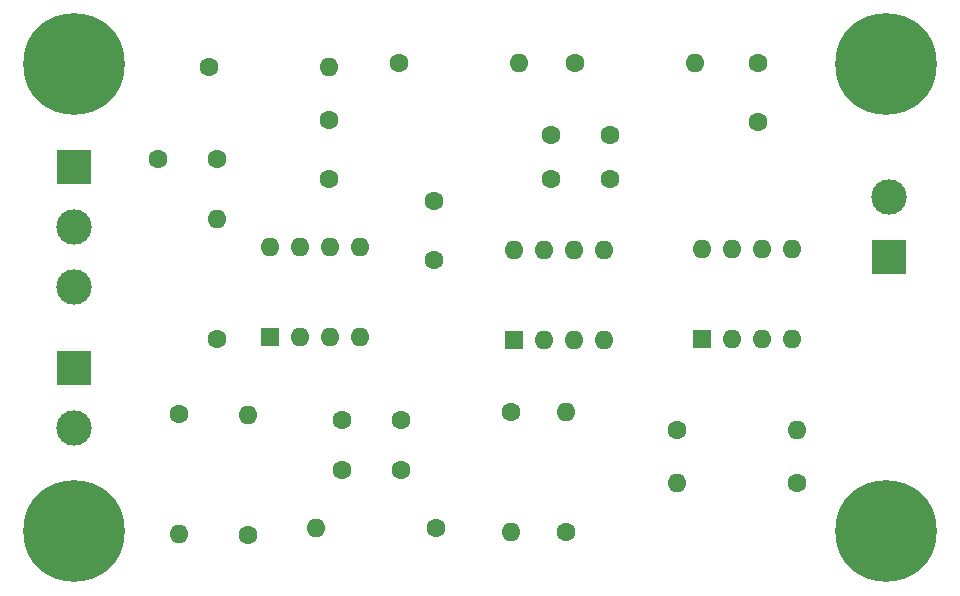
<source format=gbr>
%TF.GenerationSoftware,KiCad,Pcbnew,7.0.1*%
%TF.CreationDate,2024-05-30T20:12:37+02:00*%
%TF.ProjectId,Butterworth,42757474-6572-4776-9f72-74682e6b6963,rev?*%
%TF.SameCoordinates,Original*%
%TF.FileFunction,Soldermask,Top*%
%TF.FilePolarity,Negative*%
%FSLAX46Y46*%
G04 Gerber Fmt 4.6, Leading zero omitted, Abs format (unit mm)*
G04 Created by KiCad (PCBNEW 7.0.1) date 2024-05-30 20:12:37*
%MOMM*%
%LPD*%
G01*
G04 APERTURE LIST*
%ADD10C,1.600000*%
%ADD11R,3.000000X3.000000*%
%ADD12C,3.000000*%
%ADD13O,1.600000X1.600000*%
%ADD14R,1.600000X1.600000*%
%ADD15C,0.900000*%
%ADD16C,8.600000*%
G04 APERTURE END LIST*
D10*
%TO.C,C3*%
X90100000Y-56700000D03*
X85100000Y-56700000D03*
%TD*%
%TO.C,C4*%
X99600000Y-53400000D03*
X99600000Y-58400000D03*
%TD*%
%TO.C,C7*%
X123400000Y-54700000D03*
X118400000Y-54700000D03*
%TD*%
D11*
%TO.C,J3*%
X78000000Y-57420000D03*
D12*
X78000000Y-62500000D03*
X78000000Y-67580000D03*
%TD*%
D10*
%TO.C,R5*%
X89420000Y-48900000D03*
D13*
X99580000Y-48900000D03*
%TD*%
D10*
%TO.C,R11*%
X139280000Y-84200000D03*
D13*
X129120000Y-84200000D03*
%TD*%
D14*
%TO.C,U2*%
X115280000Y-72050000D03*
D13*
X117820000Y-72050000D03*
X120360000Y-72050000D03*
X122900000Y-72050000D03*
X122900000Y-64430000D03*
X120360000Y-64430000D03*
X117820000Y-64430000D03*
X115280000Y-64430000D03*
%TD*%
D10*
%TO.C,C2*%
X105700000Y-83100000D03*
X100700000Y-83100000D03*
%TD*%
%TO.C,C5*%
X108500000Y-60300000D03*
X108500000Y-65300000D03*
%TD*%
%TO.C,R7*%
X120420000Y-48600000D03*
D13*
X130580000Y-48600000D03*
%TD*%
D15*
%TO.C,H3*%
X143575000Y-88225000D03*
X144519581Y-85944581D03*
X144519581Y-90505419D03*
X146800000Y-85000000D03*
D16*
X146800000Y-88225000D03*
D15*
X146800000Y-91450000D03*
X149080419Y-85944581D03*
X149080419Y-90505419D03*
X150025000Y-88225000D03*
%TD*%
D10*
%TO.C,R4*%
X90100000Y-71980000D03*
D13*
X90100000Y-61820000D03*
%TD*%
D10*
%TO.C,C6*%
X135900000Y-48600000D03*
X135900000Y-53600000D03*
%TD*%
D14*
%TO.C,U3*%
X131180000Y-72000000D03*
D13*
X133720000Y-72000000D03*
X136260000Y-72000000D03*
X138800000Y-72000000D03*
X138800000Y-64380000D03*
X136260000Y-64380000D03*
X133720000Y-64380000D03*
X131180000Y-64380000D03*
%TD*%
D11*
%TO.C,J2*%
X147000000Y-65040000D03*
D12*
X147000000Y-59960000D03*
%TD*%
D10*
%TO.C,R8*%
X115000000Y-78120000D03*
D13*
X115000000Y-88280000D03*
%TD*%
D15*
%TO.C,H4*%
X143525000Y-48725000D03*
X144469581Y-46444581D03*
X144469581Y-51005419D03*
X146750000Y-45500000D03*
D16*
X146750000Y-48725000D03*
D15*
X146750000Y-51950000D03*
X149030419Y-46444581D03*
X149030419Y-51005419D03*
X149975000Y-48725000D03*
%TD*%
D10*
%TO.C,R3*%
X92800000Y-88580000D03*
D13*
X92800000Y-78420000D03*
%TD*%
D10*
%TO.C,R6*%
X105520000Y-48600000D03*
D13*
X115680000Y-48600000D03*
%TD*%
D10*
%TO.C,R2*%
X108680000Y-88000000D03*
D13*
X98520000Y-88000000D03*
%TD*%
D10*
%TO.C,R10*%
X129120000Y-79700000D03*
D13*
X139280000Y-79700000D03*
%TD*%
D10*
%TO.C,C1*%
X105700000Y-78800000D03*
X100700000Y-78800000D03*
%TD*%
%TO.C,R9*%
X119700000Y-88280000D03*
D13*
X119700000Y-78120000D03*
%TD*%
D15*
%TO.C,H2*%
X74775000Y-88225000D03*
X75719581Y-85944581D03*
X75719581Y-90505419D03*
X78000000Y-85000000D03*
D16*
X78000000Y-88225000D03*
D15*
X78000000Y-91450000D03*
X80280419Y-85944581D03*
X80280419Y-90505419D03*
X81225000Y-88225000D03*
%TD*%
D14*
%TO.C,U1*%
X94660000Y-71800000D03*
D13*
X97200000Y-71800000D03*
X99740000Y-71800000D03*
X102280000Y-71800000D03*
X102280000Y-64180000D03*
X99740000Y-64180000D03*
X97200000Y-64180000D03*
X94660000Y-64180000D03*
%TD*%
D10*
%TO.C,R1*%
X86900000Y-78340000D03*
D13*
X86900000Y-88500000D03*
%TD*%
D10*
%TO.C,C8*%
X118400000Y-58400000D03*
X123400000Y-58400000D03*
%TD*%
D11*
%TO.C,J1*%
X78000000Y-74460000D03*
D12*
X78000000Y-79540000D03*
%TD*%
D15*
%TO.C,H1*%
X74775000Y-48719581D03*
X75719581Y-46439162D03*
X75719581Y-51000000D03*
X78000000Y-45494581D03*
D16*
X78000000Y-48719581D03*
D15*
X78000000Y-51944581D03*
X80280419Y-46439162D03*
X80280419Y-51000000D03*
X81225000Y-48719581D03*
%TD*%
M02*

</source>
